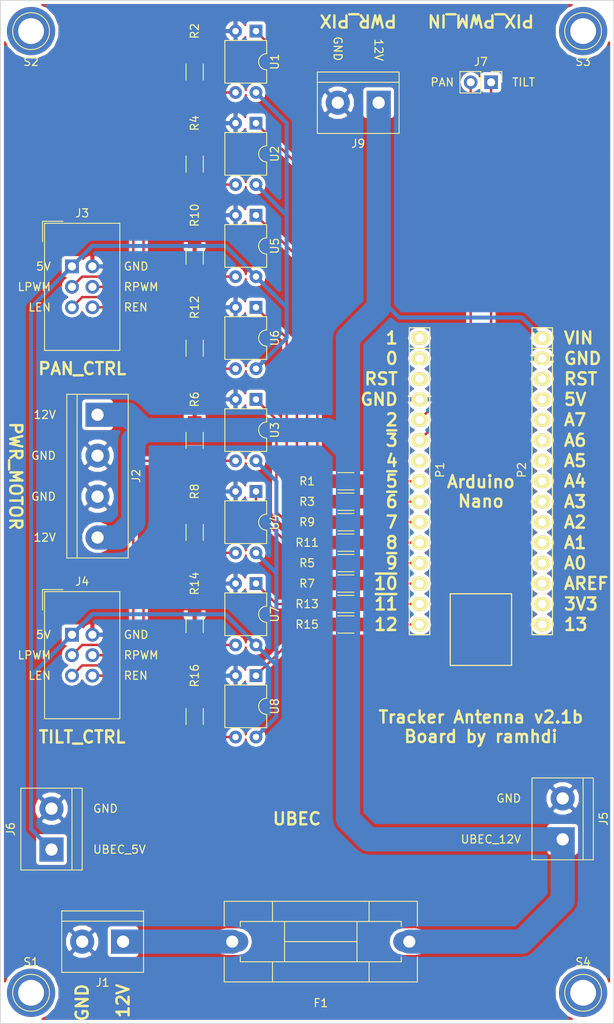
<source format=kicad_pcb>
(kicad_pcb (version 4) (host pcbnew 4.0.7)
  (title_block (title "Tracker Antenna v2.1b") (date 2018-07-12) (company "Aksantara ITB"))
  (layers (0 F.Cu signal) (31 B.Cu signal) (34 B.Paste user) (35 F.Paste user) (36 B.SilkS user) (37 F.SilkS user) (38 B.Mask user) (39 F.Mask user) (44 Edge.Cuts user))
  (net 0 "")
  (net 1 "/1(Tx)")
  (net 2 "/0(Rx)")
  (net 3 /Reset)
  (net 4 GND)
  (net 5 /4)
  (net 6 +5V)
  (net 7 /A7)
  (net 8 /A6)
  (net 9 /A5)
  (net 10 /A4)
  (net 11 /A3)
  (net 12 /A2)
  (net 13 /A1)
  (net 14 /A0)
  (net 15 /AREF)
  (net 16 "/13(SCK)")
  (net 17 "Net-(F1-Pad2)")
  (net 18 +12V)
  (net 19 PAN_L_EN)
  (net 20 PAN_R_EN)
  (net 21 PAN_L_PWM)
  (net 22 PAN_R_PWM)
  (net 23 TILT_L_EN)
  (net 24 TILT_R_EN)
  (net 25 TILT_L_PWM)
  (net 26 TILT_R_PWM)
  (net 27 PAN_PWM_IN)
  (net 28 TILT_PWM_IN)
  (net 29 /5V)
  (net 30 /3V3)
  (net 31 PAN_L_PWM_ISOL)
  (net 32 PAN_R_PWM_ISOL)
  (net 33 TILT_L_PWM_ISOL)
  (net 34 TILT_R_PWM_ISOL)
  (net 35 "Net-(R1-Pad1)")
  (net 36 "Net-(R3-Pad2)")
  (net 37 "Net-(R5-Pad1)")
  (net 38 "Net-(R7-Pad2)")
  (net 39 "Net-(R9-Pad1)")
  (net 40 PAN_L_EN_ISOL)
  (net 41 "Net-(R11-Pad2)")
  (net 42 PAN_R_EN_ISOL)
  (net 43 "Net-(R13-Pad1)")
  (net 44 TILT_L_EN_ISOL)
  (net 45 "Net-(R15-Pad2)")
  (net 46 TILT_R_EN_ISOL)
  (module Connector_IDC:IDC-Header_2x03_P2.54mm_Vertical (layer F.Cu) (at 68.326 49.657)
    (fp_text reference J3 (at 1.27 -6.604) (layer F.SilkS))
    (fp_text value Pan_Ctrl)
    (pad 1 thru_hole rect (at 0 0) (size 1.7272 1.7272) (drill 1.016) (layers *.Cu *.Mask) (net 6 +5V))
    (pad 2 thru_hole oval (at 2.54 0) (size 1.7272 1.7272) (drill 1.016) (layers *.Cu *.Mask) (net 4 GND))
    (pad 3 thru_hole oval (at 0 2.54) (size 1.7272 1.7272) (drill 1.016) (layers *.Cu *.Mask) (net 31 PAN_L_PWM_ISOL))
    (pad 4 thru_hole oval (at 2.54 2.54) (size 1.7272 1.7272) (drill 1.016) (layers *.Cu *.Mask) (net 32 PAN_R_PWM_ISOL))
    (pad 5 thru_hole oval (at 0 5.08) (size 1.7272 1.7272) (drill 1.016) (layers *.Cu *.Mask) (net 40 PAN_L_EN_ISOL))
    (pad 6 thru_hole oval (at 2.54 5.08) (size 1.7272 1.7272) (drill 1.016) (layers *.Cu *.Mask) (net 42 PAN_R_EN_ISOL))
  )
  (module Connector_IDC:IDC-Header_2x03_P2.54mm_Vertical (layer F.Cu) (at 68.326 95.377)
    (fp_text reference J4 (at 1.27 -6.604) (layer F.SilkS))
    (fp_text value Tilt_Ctrl)
    (pad 1 thru_hole rect (at 0 0) (size 1.7272 1.7272) (drill 1.016) (layers *.Cu *.Mask) (net 6 +5V))
    (pad 2 thru_hole oval (at 2.54 0) (size 1.7272 1.7272) (drill 1.016) (layers *.Cu *.Mask) (net 4 GND))
    (pad 3 thru_hole oval (at 0 2.54) (size 1.7272 1.7272) (drill 1.016) (layers *.Cu *.Mask) (net 33 TILT_L_PWM_ISOL))
    (pad 4 thru_hole oval (at 2.54 2.54) (size 1.7272 1.7272) (drill 1.016) (layers *.Cu *.Mask) (net 34 TILT_R_PWM_ISOL))
    (pad 5 thru_hole oval (at 0 5.08) (size 1.7272 1.7272) (drill 1.016) (layers *.Cu *.Mask) (net 44 TILT_L_EN_ISOL))
    (pad 6 thru_hole oval (at 2.54 5.08) (size 1.7272 1.7272) (drill 1.016) (layers *.Cu *.Mask) (net 46 TILT_R_EN_ISOL))
  )
  (module Fuse_Holders_and_Fuses:Fuseholder5x20_horiz_SemiClosed_Casing10x25mm (layer F.Cu) (at 110.236 133.477 180)
    (fp_text reference F1 (at 11 -7.62 180) (layer F.SilkS))
    (fp_text value Fuse)
    (pad 2 thru_hole oval (at 22 0 90) (size 2.5 4) (drill 1.5) (layers *.Cu *.Mask) (net 17 "Net-(F1-Pad2)"))
    (pad 1 thru_hole oval (at 0 0 90) (size 2.5 4) (drill 1.5) (layers *.Cu *.Mask) (net 18 +12V))
  )
  (module Connectors:1pin (layer F.Cu) (at 131.826 20.447)
    (fp_text reference S3 (at 0 3.81) (layer F.SilkS))
    (fp_text value 1pin)
    (pad 1 thru_hole circle (at 0 0) (size 6 6) (drill 3.2) (layers *.Cu *.Mask))
  )
  (module Connectors:1pin (layer F.Cu) (at 131.826 139.827)
    (fp_text reference S4 (at 0 -3.81) (layer F.SilkS))
    (fp_text value 1pin)
    (pad 1 thru_hole circle (at 0 0) (size 6 6) (drill 3.2) (layers *.Cu *.Mask))
  )
  (module Connectors:1pin (layer F.Cu) (at 63.246 139.827)
    (fp_text reference S1 (at 0 -3.81) (layer F.SilkS))
    (fp_text value 1pin)
    (pad 1 thru_hole circle (at 0 0) (size 6 6) (drill 3.2) (layers *.Cu *.Mask))
  )
  (module Socket_Arduino_Nano:Socket_Strip_Arduino_1x15 (layer F.Cu) (at 111.506 58.547 270)
    (fp_text reference P1 (at 16.383 -2.54 270) (layer F.SilkS))
    (fp_text value Digital)
    (pad 1 thru_hole oval (at 0 0 270) (size 1.7272 2.032) (drill 1.016) (layers *.Cu *.Mask F.SilkS) (net 1 "/1(Tx)"))
    (pad 2 thru_hole oval (at 2.54 0 270) (size 1.7272 2.032) (drill 1.016) (layers *.Cu *.Mask F.SilkS) (net 2 "/0(Rx)"))
    (pad 3 thru_hole oval (at 5.08 0 270) (size 1.7272 2.032) (drill 1.016) (layers *.Cu *.Mask F.SilkS) (net 3 /Reset))
    (pad 4 thru_hole oval (at 7.62 0 270) (size 1.7272 2.032) (drill 1.016) (layers *.Cu *.Mask F.SilkS) (net 4 GND))
    (pad 5 thru_hole oval (at 10.16 0 270) (size 1.7272 2.032) (drill 1.016) (layers *.Cu *.Mask F.SilkS) (net 27 PAN_PWM_IN))
    (pad 6 thru_hole oval (at 12.7 0 270) (size 1.7272 2.032) (drill 1.016) (layers *.Cu *.Mask F.SilkS) (net 28 TILT_PWM_IN))
    (pad 7 thru_hole oval (at 15.24 0 270) (size 1.7272 2.032) (drill 1.016) (layers *.Cu *.Mask F.SilkS) (net 5 /4))
    (pad 8 thru_hole oval (at 17.78 0 270) (size 1.7272 2.032) (drill 1.016) (layers *.Cu *.Mask F.SilkS) (net 21 PAN_L_PWM))
    (pad 9 thru_hole oval (at 20.32 0 270) (size 1.7272 2.032) (drill 1.016) (layers *.Cu *.Mask F.SilkS) (net 22 PAN_R_PWM))
    (pad 10 thru_hole oval (at 22.86 0 270) (size 1.7272 2.032) (drill 1.016) (layers *.Cu *.Mask F.SilkS) (net 19 PAN_L_EN))
    (pad 11 thru_hole oval (at 25.4 0 270) (size 1.7272 2.032) (drill 1.016) (layers *.Cu *.Mask F.SilkS) (net 20 PAN_R_EN))
    (pad 12 thru_hole oval (at 27.94 0 270) (size 1.7272 2.032) (drill 1.016) (layers *.Cu *.Mask F.SilkS) (net 25 TILT_L_PWM))
    (pad 13 thru_hole oval (at 30.48 0 270) (size 1.7272 2.032) (drill 1.016) (layers *.Cu *.Mask F.SilkS) (net 26 TILT_R_PWM))
    (pad 14 thru_hole oval (at 33.02 0 270) (size 1.7272 2.032) (drill 1.016) (layers *.Cu *.Mask F.SilkS) (net 23 TILT_L_EN))
    (pad 15 thru_hole oval (at 35.56 0 270) (size 1.7272 2.032) (drill 1.016) (layers *.Cu *.Mask F.SilkS) (net 24 TILT_R_EN))
  )
  (module Socket_Arduino_Nano:Socket_Strip_Arduino_1x15 (layer F.Cu) (at 126.746 58.547 270)
    (fp_text reference P2 (at 16.383 2.54 270) (layer F.SilkS))
    (fp_text value Analog)
    (pad 1 thru_hole oval (at 0 0 270) (size 1.7272 2.032) (drill 1.016) (layers *.Cu *.Mask F.SilkS) (net 18 +12V))
    (pad 2 thru_hole oval (at 2.54 0 270) (size 1.7272 2.032) (drill 1.016) (layers *.Cu *.Mask F.SilkS) (net 4 GND))
    (pad 3 thru_hole oval (at 5.08 0 270) (size 1.7272 2.032) (drill 1.016) (layers *.Cu *.Mask F.SilkS) (net 3 /Reset))
    (pad 4 thru_hole oval (at 7.62 0 270) (size 1.7272 2.032) (drill 1.016) (layers *.Cu *.Mask F.SilkS) (net 29 /5V))
    (pad 5 thru_hole oval (at 10.16 0 270) (size 1.7272 2.032) (drill 1.016) (layers *.Cu *.Mask F.SilkS) (net 7 /A7))
    (pad 6 thru_hole oval (at 12.7 0 270) (size 1.7272 2.032) (drill 1.016) (layers *.Cu *.Mask F.SilkS) (net 8 /A6))
    (pad 7 thru_hole oval (at 15.24 0 270) (size 1.7272 2.032) (drill 1.016) (layers *.Cu *.Mask F.SilkS) (net 9 /A5))
    (pad 8 thru_hole oval (at 17.78 0 270) (size 1.7272 2.032) (drill 1.016) (layers *.Cu *.Mask F.SilkS) (net 10 /A4))
    (pad 9 thru_hole oval (at 20.32 0 270) (size 1.7272 2.032) (drill 1.016) (layers *.Cu *.Mask F.SilkS) (net 11 /A3))
    (pad 10 thru_hole oval (at 22.86 0 270) (size 1.7272 2.032) (drill 1.016) (layers *.Cu *.Mask F.SilkS) (net 12 /A2))
    (pad 11 thru_hole oval (at 25.4 0 270) (size 1.7272 2.032) (drill 1.016) (layers *.Cu *.Mask F.SilkS) (net 13 /A1))
    (pad 12 thru_hole oval (at 27.94 0 270) (size 1.7272 2.032) (drill 1.016) (layers *.Cu *.Mask F.SilkS) (net 14 /A0))
    (pad 13 thru_hole oval (at 30.48 0 270) (size 1.7272 2.032) (drill 1.016) (layers *.Cu *.Mask F.SilkS) (net 15 /AREF))
    (pad 14 thru_hole oval (at 33.02 0 270) (size 1.7272 2.032) (drill 1.016) (layers *.Cu *.Mask F.SilkS) (net 30 /3V3))
    (pad 15 thru_hole oval (at 35.56 0 270) (size 1.7272 2.032) (drill 1.016) (layers *.Cu *.Mask F.SilkS) (net 16 "/13(SCK)"))
  )
  (module Connectors:1pin (layer F.Cu) (at 63.246 20.447)
    (fp_text reference S2 (at 0 3.81) (layer F.SilkS))
    (fp_text value 1pin)
    (pad 1 thru_hole circle (at 0 0) (size 6 6) (drill 3.2) (layers *.Cu *.Mask))
  )
  (module Connectors_Terminal_Blocks:TerminalBlock_bornier-2_P5.08mm (layer F.Cu) (at 106.426 29.337 180)
    (fp_text reference J9 (at 2.54 -5.08 180) (layer F.SilkS))
    (fp_text value Vout_12V)
    (pad 1 thru_hole rect (at 0 0 180) (size 3 3) (drill 1.52) (layers *.Cu *.Mask) (net 18 +12V))
    (pad 2 thru_hole circle (at 5.08 0 180) (size 3 3) (drill 1.52) (layers *.Cu *.Mask) (net 4 GND))
  )
  (module Connectors_Terminal_Blocks:TerminalBlock_bornier-2_P5.08mm (layer F.Cu) (at 65.786 122.047 90)
    (fp_text reference J6 (at 2.54 -5.08 90) (layer F.SilkS))
    (fp_text value BEC_OUT_5V)
    (pad 1 thru_hole rect (at 0 0 90) (size 3 3) (drill 1.52) (layers *.Cu *.Mask) (net 6 +5V))
    (pad 2 thru_hole circle (at 5.08 0 90) (size 3 3) (drill 1.52) (layers *.Cu *.Mask) (net 4 GND))
  )
  (module Connectors_Terminal_Blocks:TerminalBlock_bornier-2_P5.08mm (layer F.Cu) (at 129.286 120.777 90)
    (fp_text reference J5 (at 2.54 5.08 270) (layer F.SilkS))
    (fp_text value BEC_IN_12V)
    (pad 1 thru_hole rect (at 0 0 90) (size 3 3) (drill 1.52) (layers *.Cu *.Mask) (net 18 +12V))
    (pad 2 thru_hole circle (at 5.08 0 90) (size 3 3) (drill 1.52) (layers *.Cu *.Mask) (net 4 GND))
  )
  (module Connectors_Terminal_Blocks:TerminalBlock_bornier-2_P5.08mm (layer F.Cu) (at 74.676 133.477 180)
    (fp_text reference J1 (at 2.54 -5.08 180) (layer F.SilkS))
    (fp_text value Vin_12V)
    (pad 1 thru_hole rect (at 0 0 180) (size 3 3) (drill 1.52) (layers *.Cu *.Mask) (net 17 "Net-(F1-Pad2)"))
    (pad 2 thru_hole circle (at 5.08 0 180) (size 3 3) (drill 1.52) (layers *.Cu *.Mask) (net 4 GND))
  )
  (module Connectors_Terminal_Blocks:TerminalBlock_bornier-4_P5.08mm (layer F.Cu) (at 71.501 68.072 270)
    (fp_text reference J2 (at 7.6 -4.8 270) (layer F.SilkS))
    (fp_text value Motor_12V)
    (pad 2 thru_hole circle (at 5.08 0 270) (size 3 3) (drill 1.52) (layers *.Cu *.Mask) (net 4 GND))
    (pad 3 thru_hole circle (at 10.16 0 270) (size 3 3) (drill 1.52) (layers *.Cu *.Mask) (net 4 GND))
    (pad 1 thru_hole rect (at 0 0 270) (size 3 3) (drill 1.52) (layers *.Cu *.Mask) (net 18 +12V))
    (pad 4 thru_hole circle (at 15.24 0 270) (size 3 3) (drill 1.52) (layers *.Cu *.Mask) (net 18 +12V))
  )
  (module Housings_DIP:DIP-4_W7.62mm (layer F.Cu) (at 91.186 20.447 270)
    (fp_text reference U1 (at 3.81 -2.33 270) (layer F.SilkS))
    (fp_text value TLP785)
    (pad 1 thru_hole rect (at 0 0 270) (size 1.6 1.6) (drill 0.8) (layers *.Cu *.Mask) (net 35 "Net-(R1-Pad1)"))
    (pad 3 thru_hole oval (at 7.62 2.54 270) (size 1.6 1.6) (drill 0.8) (layers *.Cu *.Mask) (net 31 PAN_L_PWM_ISOL))
    (pad 2 thru_hole oval (at 0 2.54 270) (size 1.6 1.6) (drill 0.8) (layers *.Cu *.Mask) (net 4 GND))
    (pad 4 thru_hole oval (at 7.62 0 270) (size 1.6 1.6) (drill 0.8) (layers *.Cu *.Mask) (net 6 +5V))
  )
  (module Housings_DIP:DIP-4_W7.62mm (layer F.Cu) (at 91.186 31.877 270)
    (fp_text reference U2 (at 3.81 -2.33 270) (layer F.SilkS))
    (fp_text value TLP785)
    (pad 1 thru_hole rect (at 0 0 270) (size 1.6 1.6) (drill 0.8) (layers *.Cu *.Mask) (net 36 "Net-(R3-Pad2)"))
    (pad 3 thru_hole oval (at 7.62 2.54 270) (size 1.6 1.6) (drill 0.8) (layers *.Cu *.Mask) (net 32 PAN_R_PWM_ISOL))
    (pad 2 thru_hole oval (at 0 2.54 270) (size 1.6 1.6) (drill 0.8) (layers *.Cu *.Mask) (net 4 GND))
    (pad 4 thru_hole oval (at 7.62 0 270) (size 1.6 1.6) (drill 0.8) (layers *.Cu *.Mask) (net 6 +5V))
  )
  (module Housings_DIP:DIP-4_W7.62mm (layer F.Cu) (at 91.186 66.167 270)
    (fp_text reference U3 (at 3.81 -2.33 270) (layer F.SilkS))
    (fp_text value TLP785)
    (pad 1 thru_hole rect (at 0 0 270) (size 1.6 1.6) (drill 0.8) (layers *.Cu *.Mask) (net 37 "Net-(R5-Pad1)"))
    (pad 3 thru_hole oval (at 7.62 2.54 270) (size 1.6 1.6) (drill 0.8) (layers *.Cu *.Mask) (net 33 TILT_L_PWM_ISOL))
    (pad 2 thru_hole oval (at 0 2.54 270) (size 1.6 1.6) (drill 0.8) (layers *.Cu *.Mask) (net 4 GND))
    (pad 4 thru_hole oval (at 7.62 0 270) (size 1.6 1.6) (drill 0.8) (layers *.Cu *.Mask) (net 6 +5V))
  )
  (module Housings_DIP:DIP-4_W7.62mm (layer F.Cu) (at 91.186 77.597 270)
    (fp_text reference U4 (at 3.81 -2.33 270) (layer F.SilkS))
    (fp_text value TLP785)
    (pad 1 thru_hole rect (at 0 0 270) (size 1.6 1.6) (drill 0.8) (layers *.Cu *.Mask) (net 38 "Net-(R7-Pad2)"))
    (pad 3 thru_hole oval (at 7.62 2.54 270) (size 1.6 1.6) (drill 0.8) (layers *.Cu *.Mask) (net 34 TILT_R_PWM_ISOL))
    (pad 2 thru_hole oval (at 0 2.54 270) (size 1.6 1.6) (drill 0.8) (layers *.Cu *.Mask) (net 4 GND))
    (pad 4 thru_hole oval (at 7.62 0 270) (size 1.6 1.6) (drill 0.8) (layers *.Cu *.Mask) (net 6 +5V))
  )
  (module Housings_DIP:DIP-4_W7.62mm (layer F.Cu) (at 91.186 43.307 270)
    (fp_text reference U5 (at 3.81 -2.33 270) (layer F.SilkS))
    (fp_text value TLP785)
    (pad 1 thru_hole rect (at 0 0 270) (size 1.6 1.6) (drill 0.8) (layers *.Cu *.Mask) (net 39 "Net-(R9-Pad1)"))
    (pad 3 thru_hole oval (at 7.62 2.54 270) (size 1.6 1.6) (drill 0.8) (layers *.Cu *.Mask) (net 40 PAN_L_EN_ISOL))
    (pad 2 thru_hole oval (at 0 2.54 270) (size 1.6 1.6) (drill 0.8) (layers *.Cu *.Mask) (net 4 GND))
    (pad 4 thru_hole oval (at 7.62 0 270) (size 1.6 1.6) (drill 0.8) (layers *.Cu *.Mask) (net 6 +5V))
  )
  (module Housings_DIP:DIP-4_W7.62mm (layer F.Cu) (at 91.186 54.737 270)
    (fp_text reference U6 (at 3.81 -2.33 270) (layer F.SilkS))
    (fp_text value TLP785)
    (pad 1 thru_hole rect (at 0 0 270) (size 1.6 1.6) (drill 0.8) (layers *.Cu *.Mask) (net 41 "Net-(R11-Pad2)"))
    (pad 3 thru_hole oval (at 7.62 2.54 270) (size 1.6 1.6) (drill 0.8) (layers *.Cu *.Mask) (net 42 PAN_R_EN_ISOL))
    (pad 2 thru_hole oval (at 0 2.54 270) (size 1.6 1.6) (drill 0.8) (layers *.Cu *.Mask) (net 4 GND))
    (pad 4 thru_hole oval (at 7.62 0 270) (size 1.6 1.6) (drill 0.8) (layers *.Cu *.Mask) (net 6 +5V))
  )
  (module Housings_DIP:DIP-4_W7.62mm (layer F.Cu) (at 91.186 89.027 270)
    (fp_text reference U7 (at 3.81 -2.33 270) (layer F.SilkS))
    (fp_text value TLP785)
    (pad 1 thru_hole rect (at 0 0 270) (size 1.6 1.6) (drill 0.8) (layers *.Cu *.Mask) (net 43 "Net-(R13-Pad1)"))
    (pad 3 thru_hole oval (at 7.62 2.54 270) (size 1.6 1.6) (drill 0.8) (layers *.Cu *.Mask) (net 44 TILT_L_EN_ISOL))
    (pad 2 thru_hole oval (at 0 2.54 270) (size 1.6 1.6) (drill 0.8) (layers *.Cu *.Mask) (net 4 GND))
    (pad 4 thru_hole oval (at 7.62 0 270) (size 1.6 1.6) (drill 0.8) (layers *.Cu *.Mask) (net 6 +5V))
  )
  (module Housings_DIP:DIP-4_W7.62mm (layer F.Cu) (at 91.186 100.457 270)
    (fp_text reference U8 (at 3.81 -2.33 270) (layer F.SilkS))
    (fp_text value TLP785)
    (pad 1 thru_hole rect (at 0 0 270) (size 1.6 1.6) (drill 0.8) (layers *.Cu *.Mask) (net 45 "Net-(R15-Pad2)"))
    (pad 3 thru_hole oval (at 7.62 2.54 270) (size 1.6 1.6) (drill 0.8) (layers *.Cu *.Mask) (net 46 TILT_R_EN_ISOL))
    (pad 2 thru_hole oval (at 0 2.54 270) (size 1.6 1.6) (drill 0.8) (layers *.Cu *.Mask) (net 4 GND))
    (pad 4 thru_hole oval (at 7.62 0 270) (size 1.6 1.6) (drill 0.8) (layers *.Cu *.Mask) (net 6 +5V))
  )
  (module Resistors_SMD:R_1206_HandSoldering (layer F.Cu) (at 102.362 76.327)
    (fp_text reference R1 (at -4.826 0) (layer F.SilkS))
    (fp_text value 1k)
    (pad 1 smd rect (at -2 0) (size 2 1.7) (layers F.Cu F.Paste F.Mask) (net 35 "Net-(R1-Pad1)"))
    (pad 2 smd rect (at 2 0) (size 2 1.7) (layers F.Cu F.Paste F.Mask) (net 21 PAN_L_PWM))
  )
  (module Resistors_SMD:R_1206_HandSoldering (layer F.Cu) (at 83.566 25.527 270)
    (fp_text reference R2 (at -5.08 0 270) (layer F.SilkS))
    (fp_text value 1k)
    (pad 1 smd rect (at -2 0 270) (size 2 1.7) (layers F.Cu F.Paste F.Mask) (net 4 GND))
    (pad 2 smd rect (at 2 0 270) (size 2 1.7) (layers F.Cu F.Paste F.Mask) (net 31 PAN_L_PWM_ISOL))
  )
  (module Resistors_SMD:R_1206_HandSoldering (layer F.Cu) (at 102.362 78.867 180)
    (fp_text reference R3 (at 4.826 0 180) (layer F.SilkS))
    (fp_text value 1k)
    (pad 1 smd rect (at -2 0 180) (size 2 1.7) (layers F.Cu F.Paste F.Mask) (net 22 PAN_R_PWM))
    (pad 2 smd rect (at 2 0 180) (size 2 1.7) (layers F.Cu F.Paste F.Mask) (net 36 "Net-(R3-Pad2)"))
  )
  (module Resistors_SMD:R_1206_HandSoldering (layer F.Cu) (at 83.566 36.957 90)
    (fp_text reference R4 (at 5.08 0 90) (layer F.SilkS))
    (fp_text value 1k)
    (pad 1 smd rect (at -2 0 90) (size 2 1.7) (layers F.Cu F.Paste F.Mask) (net 32 PAN_R_PWM_ISOL))
    (pad 2 smd rect (at 2 0 90) (size 2 1.7) (layers F.Cu F.Paste F.Mask) (net 4 GND))
  )
  (module Resistors_SMD:R_1206_HandSoldering (layer F.Cu) (at 102.362 86.487)
    (fp_text reference R5 (at -4.826 0) (layer F.SilkS))
    (fp_text value 1k)
    (pad 1 smd rect (at -2 0) (size 2 1.7) (layers F.Cu F.Paste F.Mask) (net 37 "Net-(R5-Pad1)"))
    (pad 2 smd rect (at 2 0) (size 2 1.7) (layers F.Cu F.Paste F.Mask) (net 25 TILT_L_PWM))
  )
  (module Resistors_SMD:R_1206_HandSoldering (layer F.Cu) (at 83.566 71.247 270)
    (fp_text reference R6 (at -5.08 0 270) (layer F.SilkS))
    (fp_text value 1k)
    (pad 1 smd rect (at -2 0 270) (size 2 1.7) (layers F.Cu F.Paste F.Mask) (net 4 GND))
    (pad 2 smd rect (at 2 0 270) (size 2 1.7) (layers F.Cu F.Paste F.Mask) (net 33 TILT_L_PWM_ISOL))
  )
  (module Resistors_SMD:R_1206_HandSoldering (layer F.Cu) (at 102.362 89.027 180)
    (fp_text reference R7 (at 4.826 0 180) (layer F.SilkS))
    (fp_text value 1k)
    (pad 1 smd rect (at -2 0 180) (size 2 1.7) (layers F.Cu F.Paste F.Mask) (net 26 TILT_R_PWM))
    (pad 2 smd rect (at 2 0 180) (size 2 1.7) (layers F.Cu F.Paste F.Mask) (net 38 "Net-(R7-Pad2)"))
  )
  (module Resistors_SMD:R_1206_HandSoldering (layer F.Cu) (at 83.566 82.677 90)
    (fp_text reference R8 (at 5.08 0 90) (layer F.SilkS))
    (fp_text value 1k)
    (pad 1 smd rect (at -2 0 90) (size 2 1.7) (layers F.Cu F.Paste F.Mask) (net 34 TILT_R_PWM_ISOL))
    (pad 2 smd rect (at 2 0 90) (size 2 1.7) (layers F.Cu F.Paste F.Mask) (net 4 GND))
  )
  (module Resistors_SMD:R_1206_HandSoldering (layer F.Cu) (at 102.362 81.407)
    (fp_text reference R9 (at -4.826 0) (layer F.SilkS))
    (fp_text value 1k)
    (pad 1 smd rect (at -2 0) (size 2 1.7) (layers F.Cu F.Paste F.Mask) (net 39 "Net-(R9-Pad1)"))
    (pad 2 smd rect (at 2 0) (size 2 1.7) (layers F.Cu F.Paste F.Mask) (net 19 PAN_L_EN))
  )
  (module Resistors_SMD:R_1206_HandSoldering (layer F.Cu) (at 83.566 48.387 270)
    (fp_text reference R10 (at -5.08 0 270) (layer F.SilkS))
    (fp_text value 1k)
    (pad 1 smd rect (at -2 0 270) (size 2 1.7) (layers F.Cu F.Paste F.Mask) (net 4 GND))
    (pad 2 smd rect (at 2 0 270) (size 2 1.7) (layers F.Cu F.Paste F.Mask) (net 40 PAN_L_EN_ISOL))
  )
  (module Resistors_SMD:R_1206_HandSoldering (layer F.Cu) (at 102.362 83.947 180)
    (fp_text reference R11 (at 4.826 0 180) (layer F.SilkS))
    (fp_text value 1k)
    (pad 1 smd rect (at -2 0 180) (size 2 1.7) (layers F.Cu F.Paste F.Mask) (net 20 PAN_R_EN))
    (pad 2 smd rect (at 2 0 180) (size 2 1.7) (layers F.Cu F.Paste F.Mask) (net 41 "Net-(R11-Pad2)"))
  )
  (module Resistors_SMD:R_1206_HandSoldering (layer F.Cu) (at 83.566 59.817 90)
    (fp_text reference R12 (at 5.08 0 90) (layer F.SilkS))
    (fp_text value 1k)
    (pad 1 smd rect (at -2 0 90) (size 2 1.7) (layers F.Cu F.Paste F.Mask) (net 42 PAN_R_EN_ISOL))
    (pad 2 smd rect (at 2 0 90) (size 2 1.7) (layers F.Cu F.Paste F.Mask) (net 4 GND))
  )
  (module Resistors_SMD:R_1206_HandSoldering (layer F.Cu) (at 102.362 91.567)
    (fp_text reference R13 (at -4.826 0) (layer F.SilkS))
    (fp_text value 1k)
    (pad 1 smd rect (at -2 0) (size 2 1.7) (layers F.Cu F.Paste F.Mask) (net 43 "Net-(R13-Pad1)"))
    (pad 2 smd rect (at 2 0) (size 2 1.7) (layers F.Cu F.Paste F.Mask) (net 23 TILT_L_EN))
  )
  (module Resistors_SMD:R_1206_HandSoldering (layer F.Cu) (at 83.566 94.107 270)
    (fp_text reference R14 (at -5.08 0 270) (layer F.SilkS))
    (fp_text value 1k)
    (pad 1 smd rect (at -2 0 270) (size 2 1.7) (layers F.Cu F.Paste F.Mask) (net 4 GND))
    (pad 2 smd rect (at 2 0 270) (size 2 1.7) (layers F.Cu F.Paste F.Mask) (net 44 TILT_L_EN_ISOL))
  )
  (module Resistors_SMD:R_1206_HandSoldering (layer F.Cu) (at 102.362 94.107 180)
    (fp_text reference R15 (at 4.826 0 180) (layer F.SilkS))
    (fp_text value 1k)
    (pad 1 smd rect (at -2 0 180) (size 2 1.7) (layers F.Cu F.Paste F.Mask) (net 24 TILT_R_EN))
    (pad 2 smd rect (at 2 0 180) (size 2 1.7) (layers F.Cu F.Paste F.Mask) (net 45 "Net-(R15-Pad2)"))
  )
  (module Resistors_SMD:R_1206_HandSoldering (layer F.Cu) (at 83.566 105.537 90)
    (fp_text reference R16 (at 5.08 0 90) (layer F.SilkS))
    (fp_text value 1k)
    (pad 1 smd rect (at -2 0 90) (size 2 1.7) (layers F.Cu F.Paste F.Mask) (net 46 TILT_R_EN_ISOL))
    (pad 2 smd rect (at 2 0 90) (size 2 1.7) (layers F.Cu F.Paste F.Mask) (net 4 GND))
  )
  (module Pin_Headers:Pin_Header_Straight_1x02_Pitch2.54mm (layer F.Cu) (at 120.396 26.797 270)
    (fp_text reference J7 (at -2.54 1.27 360) (layer F.SilkS))
    (fp_text value PIX_PWM_IN)
    (pad 1 thru_hole rect (at 0 0 270) (size 1.7 1.7) (drill 1) (layers *.Cu *.Mask) (net 28 TILT_PWM_IN))
    (pad 2 thru_hole oval (at 0 2.54 270) (size 1.7 1.7) (drill 1) (layers *.Cu *.Mask) (net 27 PAN_PWM_IN))
  )
  (gr_line (start 135.636 16.637) (end 135.636 143.637) (angle 90) (layer Edge.Cuts) (width 0.1))
  (gr_line (start 59.436 16.637) (end 135.636 16.637) (angle 90) (layer Edge.Cuts) (width 0.1))
  (gr_line (start 59.436 143.637) (end 59.436 16.637) (angle 90) (layer Edge.Cuts) (width 0.1))
  (gr_line (start 135.636 143.637) (end 59.436 143.637) (angle 90) (layer Edge.Cuts) (width 0.1))
  (gr_line (start 135.636 36.957) (end 135.636 35.687) (angle 90) (layer Edge.Cuts) (width 0.1))
  (gr_line (start 135.636 16.637) (end 135.636 36.957) (angle 90) (layer Edge.Cuts) (width 0.1))
  (gr_text PAN_CTRL (at 69.596 62.357) (layer F.SilkS) (effects (font (size 1.5 1.5) (thickness 0.3))))
  (gr_line (start 135.636 35.687) (end 135.636 143.637) (angle 90) (layer Edge.Cuts) (width 0.1))
  (gr_text LEN (at 65.786 100.457) (layer F.SilkS) (effects (font (size 1 1)) (justify right)))
  (gr_text TILT (at 122.936 26.797) (layer F.SilkS) (effects (font (size 1 1)) (justify left)))
  (gr_text ~5 (at 108.966 76.327) (layer F.SilkS) (effects (font (size 1.5 1.5) (thickness 0.3)) (justify right)))
  (gr_text PWR_MOTOR (at 61.341 75.692 270) (layer F.SilkS) (effects (font (size 1.5 1.5) (thickness 0.3))))
  (gr_text "Arduino\nNano" (at 119.126 77.597) (layer F.SilkS) (effects (font (size 1.5 1.5) (thickness 0.3))))
  (gr_text VIN (at 129.286 58.547) (layer F.SilkS) (effects (font (size 1.5 1.5) (thickness 0.3)) (justify left)))
  (gr_text GND (at 129.286 61.087) (layer F.SilkS) (effects (font (size 1.5 1.5) (thickness 0.3)) (justify left)))
  (gr_text RST (at 129.286 63.627) (layer F.SilkS) (effects (font (size 1.5 1.5) (thickness 0.3)) (justify left)))
  (gr_text 5V (at 129.286 66.167) (layer F.SilkS) (effects (font (size 1.5 1.5) (thickness 0.3)) (justify left)))
  (gr_text A7 (at 129.286 68.707) (layer F.SilkS) (effects (font (size 1.5 1.5) (thickness 0.3)) (justify left)))
  (gr_text A6 (at 129.286 71.247) (layer F.SilkS) (effects (font (size 1.5 1.5) (thickness 0.3)) (justify left)))
  (gr_text A5 (at 129.286 73.787) (layer F.SilkS) (effects (font (size 1.5 1.5) (thickness 0.3)) (justify left)))
  (gr_text A4 (at 129.286 76.327) (layer F.SilkS) (effects (font (size 1.5 1.5) (thickness 0.3)) (justify left)))
  (gr_text A3 (at 129.286 78.867) (layer F.SilkS) (effects (font (size 1.5 1.5) (thickness 0.3)) (justify left)))
  (gr_text A2 (at 129.286 81.407) (layer F.SilkS) (effects (font (size 1.5 1.5) (thickness 0.3)) (justify left)))
  (gr_text A1 (at 129.286 83.947) (layer F.SilkS) (effects (font (size 1.5 1.5) (thickness 0.3)) (justify left)))
  (gr_text A0 (at 129.286 86.487) (layer F.SilkS) (effects (font (size 1.5 1.5) (thickness 0.3)) (justify left)))
  (gr_text AREF (at 129.286 89.027) (layer F.SilkS) (effects (font (size 1.5 1.5) (thickness 0.3)) (justify left)))
  (gr_text 3V3 (at 129.286 91.567) (layer F.SilkS) (effects (font (size 1.5 1.5) (thickness 0.3)) (justify left)))
  (gr_text 13 (at 129.286 94.107) (layer F.SilkS) (effects (font (size 1.5 1.5) (thickness 0.3)) (justify left)))
  (gr_text 12 (at 108.966 94.107) (layer F.SilkS) (effects (font (size 1.5 1.5) (thickness 0.3)) (justify right)))
  (gr_text ~11 (at 108.966 91.567) (layer F.SilkS) (effects (font (size 1.5 1.5) (thickness 0.3)) (justify right)))
  (gr_text ~10 (at 108.966 89.027) (layer F.SilkS) (effects (font (size 1.5 1.5) (thickness 0.3)) (justify right)))
  (gr_text 2 (at 108.966 68.707) (layer F.SilkS) (effects (font (size 1.5 1.5) (thickness 0.3)) (justify right)))
  (gr_text ~9 (at 108.966 86.487) (layer F.SilkS) (effects (font (size 1.5 1.5) (thickness 0.3)) (justify right)))
  (gr_text 8 (at 108.966 83.947) (layer F.SilkS) (effects (font (size 1.5 1.5) (thickness 0.3)) (justify right)))
  (gr_text 7 (at 108.966 81.407) (layer F.SilkS) (effects (font (size 1.5 1.5) (thickness 0.3)) (justify right)))
  (gr_text ~6 (at 108.966 78.867) (layer F.SilkS) (effects (font (size 1.5 1.5) (thickness 0.3)) (justify right)))
  (gr_text 4 (at 108.966 73.787) (layer F.SilkS) (effects (font (size 1.5 1.5) (thickness 0.3)) (justify right)))
  (gr_text ~3 (at 108.966 71.247) (layer F.SilkS) (effects (font (size 1.5 1.5) (thickness 0.3)) (justify right)))
  (gr_text GND (at 108.966 66.167) (layer F.SilkS) (effects (font (size 1.5 1.5) (thickness 0.3)) (justify right)))
  (gr_text 0 (at 108.966 61.087) (layer F.SilkS) (effects (font (size 1.5 1.5) (thickness 0.3)) (justify right)))
  (gr_text RST (at 108.966 63.627) (layer F.SilkS) (effects (font (size 1.5 1.5) (thickness 0.3)) (justify right)))
  (gr_text 1 (at 108.966 58.547) (layer F.SilkS) (effects (font (size 1.5 1.5) (thickness 0.3)) (justify right)))
  (gr_line (start 122.936 99.187) (end 115.316 99.187) (layer F.SilkS) (width 0.15))
  (gr_line (start 122.936 90.297) (end 122.936 99.187) (layer F.SilkS) (width 0.15))
  (gr_line (start 115.316 90.297) (end 122.936 90.297) (layer F.SilkS) (width 0.15))
  (gr_line (start 115.316 99.187) (end 115.316 90.297) (layer F.SilkS) (width 0.15))
  (gr_text "Tracker Antenna v2.1b\nBoard by ramhdi" (at 119.126 106.807) (layer F.SilkS) (effects (font (size 1.5 1.5) (thickness 0.3))))
  (gr_text GND (at 70.866 116.967) (layer F.SilkS) (effects (font (size 1 1)) (justify left)))
  (gr_text UBEC_5V (at 70.866 122.047) (layer F.SilkS) (effects (font (size 1 1)) (justify left)))
  (gr_text GND (at 124.206 115.697) (layer F.SilkS) (effects (font (size 1 1)) (justify right)))
  (gr_text UBEC_12V (at 124.206 120.777) (layer F.SilkS) (effects (font (size 1 1)) (justify right)))
  (gr_text PIX_PWM_IN (at 119.126 19.177 180) (layer F.SilkS) (effects (font (size 1.5 1.5) (thickness 0.3))))
  (gr_text PWR_PIX (at 103.886 19.177 180) (layer F.SilkS) (effects (font (size 1.5 1.5) (thickness 0.3))))
  (gr_text GND (at 101.346 24.257 270) (layer F.SilkS) (effects (font (size 1 1)) (justify right)))
  (gr_text 12V (at 106.426 24.257 270) (layer F.SilkS) (effects (font (size 1 1)) (justify right)))
  (gr_text TILT_CTRL (at 69.596 108.077) (layer F.SilkS) (effects (font (size 1.5 1.5) (thickness 0.3))))
  (gr_text PAN (at 112.776 26.797) (layer F.SilkS) (effects (font (size 1 1)) (justify left)))
  (gr_text GND (at 66.421 78.232) (layer F.SilkS) (effects (font (size 1 1)) (justify right)))
  (gr_text 12V (at 66.421 83.312) (layer F.SilkS) (effects (font (size 1 1)) (justify right)))
  (gr_text GND (at 66.421 73.152) (layer F.SilkS) (effects (font (size 1 1)) (justify right)))
  (gr_text 12V (at 66.421 68.072) (layer F.SilkS) (effects (font (size 1 1)) (justify right)))
  (gr_text REN (at 74.676 54.737) (layer F.SilkS) (effects (font (size 1 1)) (justify left)))
  (gr_text LEN (at 65.786 54.737) (layer F.SilkS) (effects (font (size 1 1)) (justify right)))
  (gr_text RPWM (at 74.676 52.197) (layer F.SilkS) (effects (font (size 1 1)) (justify left)))
  (gr_text LPWM (at 65.786 52.197) (layer F.SilkS) (effects (font (size 1 1)) (justify right)))
  (gr_text GND (at 74.676 49.657) (layer F.SilkS) (effects (font (size 1 1)) (justify left)))
  (gr_text 5V (at 65.786 49.657) (layer F.SilkS) (effects (font (size 1 1)) (justify right)))
  (gr_text REN (at 74.676 100.457) (layer F.SilkS) (effects (font (size 1 1)) (justify left)))
  (gr_text RPWM (at 74.676 97.917) (layer F.SilkS) (effects (font (size 1 1)) (justify left)))
  (gr_text LPWM (at 65.786 97.917) (layer F.SilkS) (effects (font (size 1 1)) (justify right)))
  (gr_text GND (at 74.676 95.377) (layer F.SilkS) (effects (font (size 1 1)) (justify left)))
  (gr_text 5V (at 65.786 95.377) (layer F.SilkS) (effects (font (size 1 1)) (justify right)))
  (gr_text UBEC (at 96.266 118.237) (layer F.SilkS) (effects (font (size 1.5 1.5) (thickness 0.3))))
  (gr_text GND (at 69.596 138.557 90) (layer F.SilkS) (effects (font (size 1.5 1.5) (thickness 0.3)) (justify right)))
  (gr_text 12V (at 74.676 138.557 90) (layer F.SilkS) (effects (font (size 1.5 1.5) (thickness 0.3)) (justify right)))
  (segment (start 63.246 100.457) (end 63.246 119.507) (width 0.5) (layer B.Cu) (net 6))
  (segment (start 63.246 119.507) (end 65.786 122.047) (width 0.5) (layer B.Cu) (net 6))
  (segment (start 94.996 43.307) (end 94.996 31.877) (width 0.5) (layer B.Cu) (net 6))
  (segment (start 94.996 31.877) (end 91.186 28.067) (width 0.5) (layer B.Cu) (net 6))
  (segment (start 94.996 54.737) (end 94.996 43.307) (width 0.5) (layer B.Cu) (net 6))
  (segment (start 94.996 43.307) (end 91.186 39.497) (width 0.5) (layer B.Cu) (net 6))
  (segment (start 91.186 50.927) (end 94.996 54.737) (width 0.5) (layer B.Cu) (net 6))
  (segment (start 94.996 58.547) (end 91.186 62.357) (width 0.5) (layer B.Cu) (net 6))
  (segment (start 94.996 54.737) (end 94.996 58.547) (width 0.5) (layer B.Cu) (net 6))
  (segment (start 68.326 49.657) (end 70.866 47.117) (width 0.5) (layer B.Cu) (net 6))
  (segment (start 87.376 47.117) (end 91.186 50.927) (width 0.5) (layer B.Cu) (net 6))
  (segment (start 70.866 47.117) (end 87.376 47.117) (width 0.5) (layer B.Cu) (net 6))
  (segment (start 93.726 87.757) (end 93.726 76.327) (width 0.5) (layer B.Cu) (net 6))
  (segment (start 93.726 76.327) (end 91.186 73.787) (width 0.5) (layer B.Cu) (net 6))
  (segment (start 93.726 99.187) (end 93.726 87.757) (width 0.5) (layer B.Cu) (net 6))
  (segment (start 93.726 87.757) (end 91.186 85.217) (width 0.5) (layer B.Cu) (net 6))
  (segment (start 91.186 96.647) (end 93.726 99.187) (width 0.5) (layer B.Cu) (net 6))
  (segment (start 93.726 105.537) (end 91.186 108.077) (width 0.5) (layer B.Cu) (net 6))
  (segment (start 93.726 99.187) (end 93.726 105.537) (width 0.5) (layer B.Cu) (net 6))
  (segment (start 68.326 95.377) (end 70.866 92.837) (width 0.5) (layer B.Cu) (net 6))
  (segment (start 87.376 92.837) (end 91.186 96.647) (width 0.5) (layer B.Cu) (net 6))
  (segment (start 70.866 92.837) (end 87.376 92.837) (width 0.5) (layer B.Cu) (net 6))
  (segment (start 63.246 100.457) (end 63.246 54.737) (width 0.5) (layer B.Cu) (net 6))
  (segment (start 63.246 54.737) (end 68.326 49.657) (width 0.5) (layer B.Cu) (net 6))
  (segment (start 63.246 100.457) (end 68.326 95.377) (width 0.5) (layer B.Cu) (net 6))
  (segment (start 74.676 133.477) (end 88.236 133.477) (width 3) (layer B.Cu) (net 17))
  (segment (start 106.426 52.197) (end 106.426 53.467) (width 0.5) (layer B.Cu) (net 18))
  (segment (start 124.206 56.007) (end 126.746 58.547) (width 0.5) (layer B.Cu) (net 18))
  (segment (start 108.966 56.007) (end 124.206 56.007) (width 0.5) (layer B.Cu) (net 18))
  (segment (start 106.426 53.467) (end 108.966 56.007) (width 0.5) (layer B.Cu) (net 18))
  (segment (start 102.616 72.517) (end 102.616 118.237) (width 3) (layer B.Cu) (net 18))
  (segment (start 105.156 120.777) (end 129.286 120.777) (width 3) (layer B.Cu) (net 18))
  (segment (start 102.616 118.237) (end 105.156 120.777) (width 3) (layer B.Cu) (net 18))
  (segment (start 110.236 133.477) (end 124.206 133.477) (width 3) (layer B.Cu) (net 18))
  (segment (start 124.206 133.477) (end 129.286 128.397) (width 3) (layer B.Cu) (net 18))
  (segment (start 129.286 128.397) (end 129.286 120.777) (width 3) (layer B.Cu) (net 18))
  (segment (start 106.426 29.337) (end 106.426 52.197) (width 3) (layer B.Cu) (net 18))
  (segment (start 106.426 52.197) (end 106.426 54.737) (width 3) (layer B.Cu) (net 18))
  (segment (start 102.616 58.547) (end 102.616 72.517) (width 3) (layer B.Cu) (net 18))
  (segment (start 106.426 54.737) (end 102.616 58.547) (width 3) (layer B.Cu) (net 18))
  (segment (start 77.216 69.977) (end 75.946 71.247) (width 3) (layer B.Cu) (net 18))
  (segment (start 74.041 83.312) (end 71.501 83.312) (width 3) (layer B.Cu) (net 18))
  (segment (start 75.946 81.407) (end 74.041 83.312) (width 3) (layer B.Cu) (net 18))
  (segment (start 75.946 71.247) (end 75.946 81.407) (width 3) (layer B.Cu) (net 18))
  (segment (start 71.501 68.072) (end 75.311 68.072) (width 3) (layer B.Cu) (net 18))
  (segment (start 100.076 69.977) (end 102.616 72.517) (width 3) (layer B.Cu) (net 18))
  (segment (start 77.216 69.977) (end 78.486 69.977) (width 3) (layer B.Cu) (net 18))
  (segment (start 78.486 69.977) (end 100.076 69.977) (width 3) (layer B.Cu) (net 18))
  (segment (start 75.311 68.072) (end 77.216 69.977) (width 3) (layer B.Cu) (net 18))
  (segment (start 111.506 81.407) (end 104.362 81.407) (width 0.3) (layer F.Cu) (net 19))
  (segment (start 111.506 83.947) (end 104.362 83.947) (width 0.3) (layer F.Cu) (net 20))
  (segment (start 111.506 76.327) (end 104.362 76.327) (width 0.3) (layer F.Cu) (net 21))
  (segment (start 111.506 78.867) (end 104.362 78.867) (width 0.3) (layer F.Cu) (net 22))
  (segment (start 111.506 91.567) (end 104.362 91.567) (width 0.3) (layer F.Cu) (net 23))
  (segment (start 111.506 94.107) (end 104.362 94.107) (width 0.3) (layer F.Cu) (net 24))
  (segment (start 111.506 86.487) (end 104.362 86.487) (width 0.3) (layer F.Cu) (net 25))
  (segment (start 111.506 89.027) (end 104.362 89.027) (width 0.3) (layer F.Cu) (net 26))
  (segment (start 117.856 26.797) (end 117.856 62.357) (width 0.3) (layer F.Cu) (net 27))
  (segment (start 117.856 62.357) (end 111.506 68.707) (width 0.3) (layer F.Cu) (net 27))
  (segment (start 120.396 26.797) (end 120.396 62.357) (width 0.3) (layer F.Cu) (net 28))
  (segment (start 120.396 62.357) (end 111.506 71.247) (width 0.3) (layer F.Cu) (net 28))
  (segment (start 84.836 28.067) (end 84.106 28.067) (width 0.3) (layer F.Cu) (net 31))
  (segment (start 84.106 28.067) (end 83.566 27.527) (width 0.3) (layer F.Cu) (net 31))
  (segment (start 68.326 52.197) (end 69.596 50.927) (width 0.3) (layer F.Cu) (net 31))
  (segment (start 77.216 28.067) (end 84.836 28.067) (width 0.3) (layer F.Cu) (net 31))
  (segment (start 84.836 28.067) (end 86.106 28.067) (width 0.3) (layer F.Cu) (net 31))
  (segment (start 75.946 29.337) (end 77.216 28.067) (width 0.3) (layer F.Cu) (net 31))
  (segment (start 75.946 49.657) (end 75.946 29.337) (width 0.3) (layer F.Cu) (net 31))
  (segment (start 74.676 50.927) (end 75.946 49.657) (width 0.3) (layer F.Cu) (net 31))
  (segment (start 69.596 50.927) (end 74.676 50.927) (width 0.3) (layer F.Cu) (net 31))
  (segment (start 88.646 28.067) (end 86.106 28.067) (width 0.3) (layer F.Cu) (net 31))
  (segment (start 84.836 39.497) (end 84.106 39.497) (width 0.3) (layer F.Cu) (net 32))
  (segment (start 84.106 39.497) (end 83.566 38.957) (width 0.3) (layer F.Cu) (net 32))
  (segment (start 86.106 39.497) (end 84.836 39.497) (width 0.3) (layer F.Cu) (net 32))
  (segment (start 74.676 52.197) (end 77.216 49.657) (width 0.3) (layer F.Cu) (net 32))
  (segment (start 77.216 49.657) (end 77.216 40.767) (width 0.3) (layer F.Cu) (net 32))
  (segment (start 77.216 40.767) (end 78.486 39.497) (width 0.3) (layer F.Cu) (net 32))
  (segment (start 78.486 39.497) (end 84.836 39.497) (width 0.3) (layer F.Cu) (net 32))
  (segment (start 74.676 52.197) (end 70.866 52.197) (width 0.3) (layer F.Cu) (net 32))
  (segment (start 88.646 39.497) (end 86.106 39.497) (width 0.3) (layer F.Cu) (net 32))
  (segment (start 84.836 73.787) (end 84.106 73.787) (width 0.3) (layer F.Cu) (net 33))
  (segment (start 84.106 73.787) (end 83.566 73.247) (width 0.3) (layer F.Cu) (net 33))
  (segment (start 68.326 97.917) (end 69.596 96.647) (width 0.3) (layer F.Cu) (net 33))
  (segment (start 77.216 73.787) (end 84.836 73.787) (width 0.3) (layer F.Cu) (net 33))
  (segment (start 84.836 73.787) (end 88.646 73.787) (width 0.3) (layer F.Cu) (net 33))
  (segment (start 75.946 75.057) (end 77.216 73.787) (width 0.3) (layer F.Cu) (net 33))
  (segment (start 75.946 95.377) (end 75.946 75.057) (width 0.3) (layer F.Cu) (net 33))
  (segment (start 74.676 96.647) (end 75.946 95.377) (width 0.3) (layer F.Cu) (net 33))
  (segment (start 69.596 96.647) (end 74.676 96.647) (width 0.3) (layer F.Cu) (net 33))
  (segment (start 84.836 85.217) (end 84.106 85.217) (width 0.3) (layer F.Cu) (net 34))
  (segment (start 84.106 85.217) (end 83.566 84.677) (width 0.3) (layer F.Cu) (net 34))
  (segment (start 70.866 97.917) (end 74.676 97.917) (width 0.3) (layer F.Cu) (net 34))
  (segment (start 78.486 85.217) (end 84.836 85.217) (width 0.3) (layer F.Cu) (net 34))
  (segment (start 84.836 85.217) (end 86.106 85.217) (width 0.3) (layer F.Cu) (net 34))
  (segment (start 77.216 86.487) (end 78.486 85.217) (width 0.3) (layer F.Cu) (net 34))
  (segment (start 77.216 95.377) (end 77.216 86.487) (width 0.3) (layer F.Cu) (net 34))
  (segment (start 74.676 97.917) (end 77.216 95.377) (width 0.3) (layer F.Cu) (net 34))
  (segment (start 88.646 85.217) (end 86.106 85.217) (width 0.3) (layer F.Cu) (net 34))
  (segment (start 100.362 76.327) (end 100.076 76.327) (width 0.3) (layer F.Cu) (net 35))
  (segment (start 100.076 76.327) (end 98.806 75.057) (width 0.3) (layer F.Cu) (net 35))
  (segment (start 98.806 28.067) (end 91.186 20.447) (width 0.3) (layer F.Cu) (net 35))
  (segment (start 98.806 75.057) (end 98.806 28.067) (width 0.3) (layer F.Cu) (net 35))
  (segment (start 100.362 78.867) (end 100.076 78.867) (width 0.3) (layer F.Cu) (net 36))
  (segment (start 100.076 78.867) (end 97.536 76.327) (width 0.3) (layer F.Cu) (net 36))
  (segment (start 97.536 76.327) (end 97.536 38.227) (width 0.3) (layer F.Cu) (net 36))
  (segment (start 97.536 38.227) (end 91.186 31.877) (width 0.3) (layer F.Cu) (net 36))
  (segment (start 100.362 86.487) (end 100.076 86.487) (width 0.3) (layer F.Cu) (net 37))
  (segment (start 100.076 86.487) (end 93.726 80.137) (width 0.3) (layer F.Cu) (net 37))
  (segment (start 93.726 80.137) (end 93.726 68.707) (width 0.3) (layer F.Cu) (net 37))
  (segment (start 93.726 68.707) (end 91.186 66.167) (width 0.3) (layer F.Cu) (net 37))
  (segment (start 91.186 77.597) (end 91.186 80.137) (width 0.3) (layer F.Cu) (net 38))
  (segment (start 91.186 80.137) (end 100.076 89.027) (width 0.3) (layer F.Cu) (net 38))
  (segment (start 100.076 89.027) (end 100.362 89.027) (width 0.3) (layer F.Cu) (net 38))
  (segment (start 100.362 81.407) (end 100.076 81.407) (width 0.3) (layer F.Cu) (net 39))
  (segment (start 100.076 81.407) (end 96.266 77.597) (width 0.3) (layer F.Cu) (net 39))
  (segment (start 96.266 77.597) (end 96.266 48.387) (width 0.3) (layer F.Cu) (net 39))
  (segment (start 96.266 48.387) (end 91.186 43.307) (width 0.3) (layer F.Cu) (net 39))
  (segment (start 84.836 50.927) (end 84.106 50.927) (width 0.3) (layer F.Cu) (net 40))
  (segment (start 84.106 50.927) (end 83.566 50.387) (width 0.3) (layer F.Cu) (net 40))
  (segment (start 68.326 54.737) (end 69.596 53.467) (width 0.3) (layer F.Cu) (net 40))
  (segment (start 77.216 50.927) (end 84.836 50.927) (width 0.3) (layer F.Cu) (net 40))
  (segment (start 84.836 50.927) (end 86.106 50.927) (width 0.3) (layer F.Cu) (net 40))
  (segment (start 74.676 53.467) (end 77.216 50.927) (width 0.3) (layer F.Cu) (net 40))
  (segment (start 69.596 53.467) (end 74.676 53.467) (width 0.3) (layer F.Cu) (net 40))
  (segment (start 88.646 50.927) (end 86.106 50.927) (width 0.3) (layer F.Cu) (net 40))
  (segment (start 100.362 83.947) (end 100.076 83.947) (width 0.3) (layer F.Cu) (net 41))
  (segment (start 100.076 83.947) (end 94.996 78.867) (width 0.3) (layer F.Cu) (net 41))
  (segment (start 94.996 58.547) (end 91.186 54.737) (width 0.3) (layer F.Cu) (net 41))
  (segment (start 94.996 78.867) (end 94.996 58.547) (width 0.3) (layer F.Cu) (net 41))
  (segment (start 84.836 62.357) (end 84.106 62.357) (width 0.3) (layer F.Cu) (net 42))
  (segment (start 84.106 62.357) (end 83.566 61.817) (width 0.3) (layer F.Cu) (net 42))
  (segment (start 70.866 54.737) (end 74.676 54.737) (width 0.3) (layer F.Cu) (net 42))
  (segment (start 77.216 62.357) (end 84.836 62.357) (width 0.3) (layer F.Cu) (net 42))
  (segment (start 84.836 62.357) (end 88.646 62.357) (width 0.3) (layer F.Cu) (net 42))
  (segment (start 75.946 61.087) (end 77.216 62.357) (width 0.3) (layer F.Cu) (net 42))
  (segment (start 75.946 56.007) (end 75.946 61.087) (width 0.3) (layer F.Cu) (net 42))
  (segment (start 74.676 54.737) (end 75.946 56.007) (width 0.3) (layer F.Cu) (net 42))
  (segment (start 100.362 91.567) (end 93.726 91.567) (width 0.3) (layer F.Cu) (net 43))
  (segment (start 93.726 91.567) (end 91.186 89.027) (width 0.3) (layer F.Cu) (net 43))
  (segment (start 84.836 96.647) (end 84.106 96.647) (width 0.3) (layer F.Cu) (net 44))
  (segment (start 84.106 96.647) (end 83.566 96.107) (width 0.3) (layer F.Cu) (net 44))
  (segment (start 68.326 100.457) (end 69.596 99.187) (width 0.3) (layer F.Cu) (net 44))
  (segment (start 77.216 96.647) (end 84.836 96.647) (width 0.3) (layer F.Cu) (net 44))
  (segment (start 84.836 96.647) (end 86.106 96.647) (width 0.3) (layer F.Cu) (net 44))
  (segment (start 74.676 99.187) (end 77.216 96.647) (width 0.3) (layer F.Cu) (net 44))
  (segment (start 69.596 99.187) (end 74.676 99.187) (width 0.3) (layer F.Cu) (net 44))
  (segment (start 88.646 96.647) (end 86.106 96.647) (width 0.3) (layer F.Cu) (net 44))
  (segment (start 91.186 100.457) (end 97.536 94.107) (width 0.3) (layer F.Cu) (net 45))
  (segment (start 97.536 94.107) (end 100.362 94.107) (width 0.3) (layer F.Cu) (net 45))
  (segment (start 84.836 108.077) (end 84.106 108.077) (width 0.3) (layer F.Cu) (net 46))
  (segment (start 84.106 108.077) (end 83.566 107.537) (width 0.3) (layer F.Cu) (net 46))
  (segment (start 70.866 100.457) (end 74.676 100.457) (width 0.3) (layer F.Cu) (net 46))
  (segment (start 88.646 108.077) (end 87.376 108.077) (width 0.3) (layer F.Cu) (net 46))
  (segment (start 74.676 100.457) (end 75.946 101.727) (width 0.3) (layer F.Cu) (net 46))
  (segment (start 75.946 101.727) (end 75.946 106.807) (width 0.3) (layer F.Cu) (net 46))
  (segment (start 75.946 106.807) (end 77.216 108.077) (width 0.3) (layer F.Cu) (net 46))
  (segment (start 77.216 108.077) (end 84.836 108.077) (width 0.3) (layer F.Cu) (net 46))
  (segment (start 84.836 108.077) (end 87.376 108.077) (width 0.3) (layer F.Cu) (net 46))
  (zone (net 4) (net_name GND) (layer F.Cu) (connect_pads (clearance 0.4)) (min_thickness 0.25) (fill yes (arc_segments 16) (thermal_gap 0.508) (thermal_bridge_width 0.508))
    (polygon (pts (xy 59.436 16.637) (xy 135.636 16.637) (xy 135.636 143.637) (xy 59.436 143.637)))
  )
  (zone (net 4) (net_name GND) (layer B.Cu) (connect_pads (clearance 0.4)) (min_thickness 0.5) (fill yes (arc_segments 16) (thermal_gap 0.508) (thermal_bridge_width 0.508))
    (polygon (pts (xy 59.436 143.637) (xy 59.436 16.637) (xy 135.636 16.637) (xy 135.636 143.637)))
  )
)
</source>
